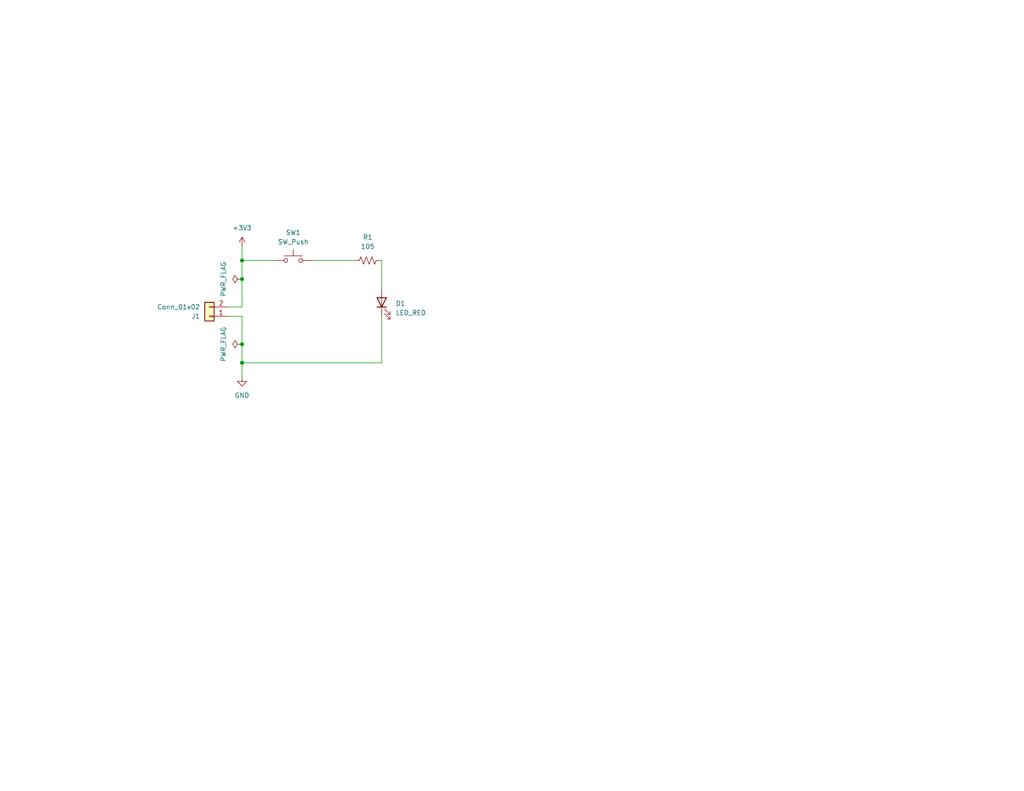
<source format=kicad_sch>
(kicad_sch (version 20231120) (generator "eeschema") (generator_version "8.0")
  (paper "USLetter")
  (title_block (title "LEDProject1") (date "2024-09-15") (rev "1.0") (company "Illini Solar Car") (comment 1 "Designed By: Nam"))
  (lib_symbols
    (symbol "Connector_Generic:Conn_01x02" (pin_names (offset 1.016) hide)
      (property "Reference" "J" (at 0 2.54 0))
      (property "Value" "Conn_01x02" (at 0 -5.08 0))
      (symbol "Conn_01x02_1_1"
        (rectangle (start -1.27 -2.413) (end 0 -2.667) (stroke (width 0.1524)))
        (rectangle (start -1.27 0.127) (end 0 -0.127) (stroke (width 0.1524)))
        (rectangle (start -1.27 1.27) (end 1.27 -3.81) (stroke (width 0.254)) (fill (type background)))
        (pin passive line (at -5.08 0 0) (length 3.81) (name "Pin_1") (number "1"))
        (pin passive line (at -5.08 -2.54 0) (length 3.81) (name "Pin_2") (number "2"))
      )
    )
    (symbol "Device:LED" (pin_numbers hide) (pin_names (offset 1.016) hide)
      (property "Reference" "D" (at 0 2.54 0))
      (property "Value" "LED" (at 0 -2.54 0))
      (symbol "LED_0_1"
        (polyline (pts (xy -1.27 -1.27) (xy -1.27 1.27)) (stroke (width 0.254)))
        (polyline (pts (xy -1.27 0) (xy 1.27 0)))
        (polyline (pts (xy 1.27 -1.27) (xy 1.27 1.27) (xy -1.27 0) (xy 1.27 -1.27)) (stroke (width 0.254)))
        (polyline (pts (xy -3.048 -0.762) (xy -4.572 -2.286) (xy -3.81 -2.286) (xy -4.572 -2.286) (xy -4.572 -1.524)))
        (polyline (pts (xy -1.778 -0.762) (xy -3.302 -2.286) (xy -2.54 -2.286) (xy -3.302 -2.286) (xy -3.302 -1.524)))
      )
      (symbol "LED_1_1"
        (pin passive line (at -3.81 0 0) (length 2.54) (name "K") (number "1"))
        (pin passive line (at 3.81 0 180) (length 2.54) (name "A") (number "2"))
      )
    )
    (symbol "Device:R_US" (pin_numbers hide) (pin_names (offset 0))
      (property "Reference" "R" (at 2.54 0 90))
      (property "Value" "R_US" (at -2.54 0 90))
      (symbol "R_US_0_1"
        (polyline (pts (xy 0 -2.286) (xy 0 -2.54)))
        (polyline (pts (xy 0 2.286) (xy 0 2.54)))
        (polyline (pts (xy 0 -0.762) (xy 1.016 -1.143) (xy 0 -1.524) (xy -1.016 -1.905) (xy 0 -2.286)))
        (polyline (pts (xy 0 0.762) (xy 1.016 0.381) (xy 0 0) (xy -1.016 -0.381) (xy 0 -0.762)))
        (polyline (pts (xy 0 2.286) (xy 1.016 1.905) (xy 0 1.524) (xy -1.016 1.143) (xy 0 0.762)))
      )
      (symbol "R_US_1_1"
        (pin passive line (at 0 3.81 270) (length 1.27) (name "~") (number "1"))
        (pin passive line (at 0 -3.81 90) (length 1.27) (name "~") (number "2"))
      )
    )
    (symbol "Switch:SW_Push" (pin_numbers hide) (pin_names (offset 1.016) hide)
      (property "Reference" "SW" (at 1.27 2.54 0))
      (property "Value" "SW_Push" (at 0 -1.524 0))
      (symbol "SW_Push_0_1"
        (circle (center -2.032 0) (radius 0.508))
        (polyline (pts (xy 0 1.27) (xy 0 3.048)))
        (polyline (pts (xy 2.54 1.27) (xy -2.54 1.27)))
        (circle (center 2.032 0) (radius 0.508))
        (pin passive line (at -5.08 0 0) (length 2.54) (name "1") (number "1"))
        (pin passive line (at 5.08 0 180) (length 2.54) (name "2") (number "2"))
      )
    )
    (symbol "power:+3V3" (power) (pin_names (offset 0))
      (property "Value" "+3V3" (at 0 3.556 0))
      (symbol "+3V3_0_1"
        (polyline (pts (xy -0.762 1.27) (xy 0 2.54)))
        (polyline (pts (xy 0 0) (xy 0 2.54)))
        (polyline (pts (xy 0 2.54) (xy 0.762 1.27)))
      )
      (symbol "+3V3_1_1"
        (pin power_in line (at 0 0 90) (length 0) hide (name "+3V3") (number "1"))
      )
    )
    (symbol "power:GND" (power) (pin_names (offset 0))
      (property "Value" "GND" (at 0 -3.81 0))
      (symbol "GND_0_1"
        (polyline (pts (xy 0 0) (xy 0 -1.27) (xy 1.27 -1.27) (xy 0 -2.54) (xy -1.27 -1.27) (xy 0 -1.27)))
      )
      (symbol "GND_1_1"
        (pin power_in line (at 0 0 270) (length 0) hide (name "GND") (number "1"))
      )
    )
    (symbol "power:PWR_FLAG" (power) (pin_numbers hide) (pin_names (offset 0) hide)
      (property "Value" "PWR_FLAG" (at 0 3.81 0))
      (symbol "PWR_FLAG_0_0"
        (pin power_out line (at 0 0 90) (length 0) (name "pwr") (number "1"))
      )
      (symbol "PWR_FLAG_0_1"
        (polyline (pts (xy 0 0) (xy 0 1.27) (xy -1.016 1.905) (xy 0 2.54) (xy 1.016 1.905) (xy 0 1.27)))
      )
    )
  )
  (junction (at 66.04 76.2))
  (junction (at 66.04 71.12))
  (junction (at 66.04 93.98))
  (junction (at 66.04 99.06))
  (wire (pts (xy 66.04 71.12) (xy 66.04 76.2)))
  (wire (pts (xy 104.14 71.12) (xy 104.14 78.74)))
  (wire (pts (xy 66.04 67.31) (xy 66.04 71.12)))
  (wire (pts (xy 66.04 102.87) (xy 66.04 99.06)))
  (wire (pts (xy 66.04 99.06) (xy 104.14 99.06)))
  (wire (pts (xy 66.04 71.12) (xy 74.93 71.12)))
  (wire (pts (xy 66.04 76.2) (xy 66.04 83.82)))
  (wire (pts (xy 62.23 83.82) (xy 66.04 83.82)))
  (wire (pts (xy 62.23 86.36) (xy 66.04 86.36)))
  (wire (pts (xy 66.04 93.98) (xy 66.04 99.06)))
  (wire (pts (xy 104.14 86.36) (xy 104.14 99.06)))
  (wire (pts (xy 66.04 86.36) (xy 66.04 93.98)))
  (wire (pts (xy 85.09 71.12) (xy 96.52 71.12)))
  (symbol (lib_id "Device:LED") (at 104.14 82.55 90) (unit 1)
    (property "Reference" "D1" (at 107.95 82.8674 90) (effects (justify right)))
    (property "Value" "LED_RED" (at 107.95 85.4074 90) (effects (justify right)))
    (property "Footprint" "layout:LED_0603_Symbol_on_F.SilkS" (effects (hide yes)))
    (property "Description" "Light emitting diode" (effects (hide yes)))
  )
  (symbol (lib_id "Device:R_US") (at 100.33 71.12 90) (unit 1)
    (property "Reference" "R1" (at 100.33 64.77 90))
    (property "Value" "105" (at 100.33 67.31 90))
    (property "Footprint" "Resistor_SMD:R_0603_1608Metric_Pad0.98x0.95mm_HandSolder" (effects (hide yes)))
    (property "Description" "Resistor, US symbol" (effects (hide yes)))
  )
  (symbol (lib_id "Connector_Generic:Conn_01x02") (at 57.15 86.36 180) (unit 1)
    (property "Reference" "J1" (at 54.61 86.3601 0) (effects (justify left)))
    (property "Value" "Conn_01x02" (at 54.61 83.8201 0) (effects (justify left)))
    (property "Footprint" "Connector_Molex:Molex_KK-254_AE-6410-02A_1x02_P2.54mm_Vertical" (effects (hide yes)))
    (property "Datasheet" "https://www.youtube.com/redirect?event=video_description&redir_token=QUFFLUhqbkJTMHBzNTBmUTIxWWZaZ3IyZ19fc09hNnVrZ3xBQ3Jtc0trTHk4YkNVQmxQakxjMkxDeEdxeHRiWXRfdV9pR0JSdk1UMlJNY0l5NTkyNl93amMzQ1E3M1hFVGRrZ3pUWWFrX0xkeDZGWTJhem5ldXZFb2M0RC1JdWJRWGRNMk9PMUhsWkRfVHVVNmZYdC1yN3E1OA&q=https%3A%2F%2Fwww.molex.com%2Fpdm_docs%2Fsd%2F022272021_sd.pdf&v=MJEWDFNcRlM" (effects (hide yes)))
    (property "Description" "Generic connector, single row, 01x02, script generated (kicad-library-utils/schlib/autogen/connector/)" (effects (hide yes)))
    (property "MPN" "022272021" (effects (hide yes)))
  )
  (symbol (lib_id "power:GND") (at 66.04 102.87 0) (unit 1)
    (property "Reference" "#PWR02" (effects (hide yes)))
    (property "Value" "GND" (at 66.04 107.95 0))
    (property "Description" "Power symbol creates a global label with name \"GND\" , ground" (effects (hide yes)))
  )
  (symbol (lib_id "power:PWR_FLAG") (at 66.04 93.98 90) (unit 1)
    (property "Reference" "#FLG02" (effects (hide yes)))
    (property "Value" "PWR_FLAG" (at 60.96 93.98 0))
    (property "Description" "Special symbol for telling ERC where power comes from" (effects (hide yes)))
  )
  (symbol (lib_id "power:PWR_FLAG") (at 66.04 76.2 90) (unit 1)
    (property "Reference" "#FLG01" (effects (hide yes)))
    (property "Value" "PWR_FLAG" (at 60.96 76.2 0))
    (property "Description" "Special symbol for telling ERC where power comes from" (effects (hide yes)))
  )
  (symbol (lib_id "power:+3V3") (at 66.04 67.31 0) (unit 1)
    (property "Reference" "#PWR01" (effects (hide yes)))
    (property "Value" "+3V3" (at 66.04 62.23 0))
    (property "Description" "Power symbol creates a global label with name \"+3V3\"" (effects (hide yes)))
  )
  (symbol (lib_id "Switch:SW_Push") (at 80.01 71.12 0) (unit 1)
    (property "Reference" "SW1" (at 80.01 63.5 0))
    (property "Value" "SW_Push" (at 80.01 66.04 0))
    (property "Footprint" "Button_Switch_SMD:SW_DIP_SPSTx01_Slide_6.7x4.1mm_W8.61mm_P2.54mm_LowProfile" (effects (hide yes)))
    (property "Datasheet" "https://www.youtube.com/redirect?event=video_description&redir_token=QUFFLUhqa3FVSE94N3JuNGdCYVJQSGxzaFJURG5IRllId3xBQ3Jtc0tsMTJxMVduSURsaHdVR2pfUEdwbWRCckJYMUgwN3VpQ0RjZ2FNWUNBSlNPbUUwYUJCbkxNQk1CblB4UHV3OG5GeXc3Zk43bmxCTVpXVVByNDNQSWllakFqV3o3T01MTl9PdlphQmtQczhJWmRVQVVkSQ&q=https%3A%2F%2Fwww.digikey.com%2Fproduct-detail%2Fen%2Fte-connectivity-alcoswitch-switches%2F1825910-6%2F450-1650-ND%2F1632536%3Futm_adgroup%3DSupplier_TE%26utm_source%3Dgoogle%26utm_medium%3Dcpc%26utm_campaign%3DEN_Product_SKU_MBR%26utm_term%3D%252B1825910-6%26utm_content%3DSupplier_TE%26gclid%3DCj0KCQjwp4j6BRCRARIsAGq4yMGhBEsv1v5KcRzgW34aOMlPkoRB4A-7BCN08FfGaiq_Dk_nlKJ0QU8aAhZPEALw_wcB&v=MJEWDFNcRlM" (effects (hide yes)))
    (property "Description" "Push button switch, generic, two pins" (effects (hide yes)))
    (property "MPN" "1825910-6" (effects (hide yes)))
  )
)
</source>
